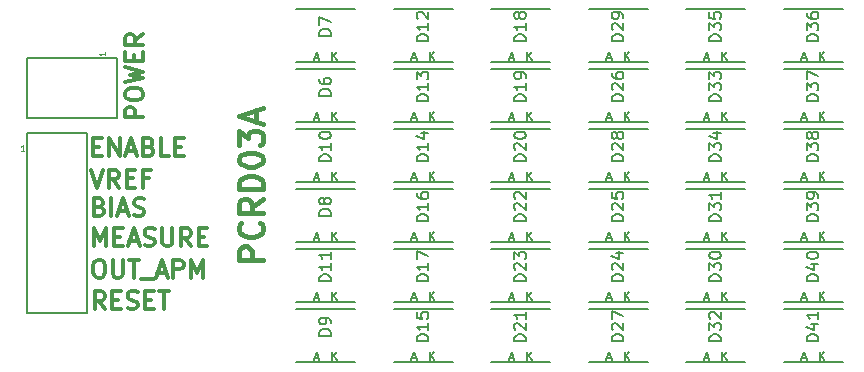
<source format=gbr>
G04 #@! TF.FileFunction,Legend,Top*
%FSLAX46Y46*%
G04 Gerber Fmt 4.6, Leading zero omitted, Abs format (unit mm)*
G04 Created by KiCad (PCBNEW 4.0.5+dfsg1-4) date Mon Nov 27 15:55:13 2017*
%MOMM*%
%LPD*%
G01*
G04 APERTURE LIST*
%ADD10C,0.100000*%
%ADD11C,0.400000*%
%ADD12C,0.300000*%
%ADD13C,0.150000*%
%ADD14C,0.050000*%
G04 APERTURE END LIST*
D10*
D11*
X61864762Y-57085715D02*
X59864762Y-57085715D01*
X59864762Y-56323810D01*
X59960000Y-56133334D01*
X60055238Y-56038095D01*
X60245714Y-55942857D01*
X60531429Y-55942857D01*
X60721905Y-56038095D01*
X60817143Y-56133334D01*
X60912381Y-56323810D01*
X60912381Y-57085715D01*
X61674286Y-53942857D02*
X61769524Y-54038095D01*
X61864762Y-54323810D01*
X61864762Y-54514286D01*
X61769524Y-54800000D01*
X61579048Y-54990476D01*
X61388571Y-55085715D01*
X61007619Y-55180953D01*
X60721905Y-55180953D01*
X60340952Y-55085715D01*
X60150476Y-54990476D01*
X59960000Y-54800000D01*
X59864762Y-54514286D01*
X59864762Y-54323810D01*
X59960000Y-54038095D01*
X60055238Y-53942857D01*
X61864762Y-51942857D02*
X60912381Y-52609524D01*
X61864762Y-53085715D02*
X59864762Y-53085715D01*
X59864762Y-52323810D01*
X59960000Y-52133334D01*
X60055238Y-52038095D01*
X60245714Y-51942857D01*
X60531429Y-51942857D01*
X60721905Y-52038095D01*
X60817143Y-52133334D01*
X60912381Y-52323810D01*
X60912381Y-53085715D01*
X61864762Y-51085715D02*
X59864762Y-51085715D01*
X59864762Y-50609524D01*
X59960000Y-50323810D01*
X60150476Y-50133334D01*
X60340952Y-50038095D01*
X60721905Y-49942857D01*
X61007619Y-49942857D01*
X61388571Y-50038095D01*
X61579048Y-50133334D01*
X61769524Y-50323810D01*
X61864762Y-50609524D01*
X61864762Y-51085715D01*
X59864762Y-48704762D02*
X59864762Y-48514286D01*
X59960000Y-48323810D01*
X60055238Y-48228572D01*
X60245714Y-48133334D01*
X60626667Y-48038095D01*
X61102857Y-48038095D01*
X61483810Y-48133334D01*
X61674286Y-48228572D01*
X61769524Y-48323810D01*
X61864762Y-48514286D01*
X61864762Y-48704762D01*
X61769524Y-48895238D01*
X61674286Y-48990476D01*
X61483810Y-49085715D01*
X61102857Y-49180953D01*
X60626667Y-49180953D01*
X60245714Y-49085715D01*
X60055238Y-48990476D01*
X59960000Y-48895238D01*
X59864762Y-48704762D01*
X59864762Y-47371429D02*
X59864762Y-46133333D01*
X60626667Y-46800000D01*
X60626667Y-46514286D01*
X60721905Y-46323810D01*
X60817143Y-46228572D01*
X61007619Y-46133333D01*
X61483810Y-46133333D01*
X61674286Y-46228572D01*
X61769524Y-46323810D01*
X61864762Y-46514286D01*
X61864762Y-47085714D01*
X61769524Y-47276191D01*
X61674286Y-47371429D01*
X61293333Y-45371429D02*
X61293333Y-44419048D01*
X61864762Y-45561905D02*
X59864762Y-44895238D01*
X61864762Y-44228571D01*
D12*
X51732571Y-44993286D02*
X50232571Y-44993286D01*
X50232571Y-44421858D01*
X50304000Y-44279000D01*
X50375429Y-44207572D01*
X50518286Y-44136143D01*
X50732571Y-44136143D01*
X50875429Y-44207572D01*
X50946857Y-44279000D01*
X51018286Y-44421858D01*
X51018286Y-44993286D01*
X50232571Y-43207572D02*
X50232571Y-42921858D01*
X50304000Y-42779000D01*
X50446857Y-42636143D01*
X50732571Y-42564715D01*
X51232571Y-42564715D01*
X51518286Y-42636143D01*
X51661143Y-42779000D01*
X51732571Y-42921858D01*
X51732571Y-43207572D01*
X51661143Y-43350429D01*
X51518286Y-43493286D01*
X51232571Y-43564715D01*
X50732571Y-43564715D01*
X50446857Y-43493286D01*
X50304000Y-43350429D01*
X50232571Y-43207572D01*
X50232571Y-42064714D02*
X51732571Y-41707571D01*
X50661143Y-41421857D01*
X51732571Y-41136143D01*
X50232571Y-40779000D01*
X50946857Y-40207571D02*
X50946857Y-39707571D01*
X51732571Y-39493285D02*
X51732571Y-40207571D01*
X50232571Y-40207571D01*
X50232571Y-39493285D01*
X51732571Y-37993285D02*
X51018286Y-38493285D01*
X51732571Y-38850428D02*
X50232571Y-38850428D01*
X50232571Y-38279000D01*
X50304000Y-38136142D01*
X50375429Y-38064714D01*
X50518286Y-37993285D01*
X50732571Y-37993285D01*
X50875429Y-38064714D01*
X50946857Y-38136142D01*
X51018286Y-38279000D01*
X51018286Y-38850428D01*
X47522286Y-47517857D02*
X48022286Y-47517857D01*
X48236572Y-48303571D02*
X47522286Y-48303571D01*
X47522286Y-46803571D01*
X48236572Y-46803571D01*
X48879429Y-48303571D02*
X48879429Y-46803571D01*
X49736572Y-48303571D01*
X49736572Y-46803571D01*
X50379429Y-47875000D02*
X51093715Y-47875000D01*
X50236572Y-48303571D02*
X50736572Y-46803571D01*
X51236572Y-48303571D01*
X52236572Y-47517857D02*
X52450858Y-47589286D01*
X52522286Y-47660714D01*
X52593715Y-47803571D01*
X52593715Y-48017857D01*
X52522286Y-48160714D01*
X52450858Y-48232143D01*
X52308000Y-48303571D01*
X51736572Y-48303571D01*
X51736572Y-46803571D01*
X52236572Y-46803571D01*
X52379429Y-46875000D01*
X52450858Y-46946429D01*
X52522286Y-47089286D01*
X52522286Y-47232143D01*
X52450858Y-47375000D01*
X52379429Y-47446429D01*
X52236572Y-47517857D01*
X51736572Y-47517857D01*
X53950858Y-48303571D02*
X53236572Y-48303571D01*
X53236572Y-46803571D01*
X54450858Y-47517857D02*
X54950858Y-47517857D01*
X55165144Y-48303571D02*
X54450858Y-48303571D01*
X54450858Y-46803571D01*
X55165144Y-46803571D01*
X47339572Y-49470571D02*
X47839572Y-50970571D01*
X48339572Y-49470571D01*
X49696715Y-50970571D02*
X49196715Y-50256286D01*
X48839572Y-50970571D02*
X48839572Y-49470571D01*
X49411000Y-49470571D01*
X49553858Y-49542000D01*
X49625286Y-49613429D01*
X49696715Y-49756286D01*
X49696715Y-49970571D01*
X49625286Y-50113429D01*
X49553858Y-50184857D01*
X49411000Y-50256286D01*
X48839572Y-50256286D01*
X50339572Y-50184857D02*
X50839572Y-50184857D01*
X51053858Y-50970571D02*
X50339572Y-50970571D01*
X50339572Y-49470571D01*
X51053858Y-49470571D01*
X52196715Y-50184857D02*
X51696715Y-50184857D01*
X51696715Y-50970571D02*
X51696715Y-49470571D01*
X52411001Y-49470571D01*
X48049858Y-52597857D02*
X48264144Y-52669286D01*
X48335572Y-52740714D01*
X48407001Y-52883571D01*
X48407001Y-53097857D01*
X48335572Y-53240714D01*
X48264144Y-53312143D01*
X48121286Y-53383571D01*
X47549858Y-53383571D01*
X47549858Y-51883571D01*
X48049858Y-51883571D01*
X48192715Y-51955000D01*
X48264144Y-52026429D01*
X48335572Y-52169286D01*
X48335572Y-52312143D01*
X48264144Y-52455000D01*
X48192715Y-52526429D01*
X48049858Y-52597857D01*
X47549858Y-52597857D01*
X49049858Y-53383571D02*
X49049858Y-51883571D01*
X49692715Y-52955000D02*
X50407001Y-52955000D01*
X49549858Y-53383571D02*
X50049858Y-51883571D01*
X50549858Y-53383571D01*
X50978429Y-53312143D02*
X51192715Y-53383571D01*
X51549858Y-53383571D01*
X51692715Y-53312143D01*
X51764144Y-53240714D01*
X51835572Y-53097857D01*
X51835572Y-52955000D01*
X51764144Y-52812143D01*
X51692715Y-52740714D01*
X51549858Y-52669286D01*
X51264144Y-52597857D01*
X51121286Y-52526429D01*
X51049858Y-52455000D01*
X50978429Y-52312143D01*
X50978429Y-52169286D01*
X51049858Y-52026429D01*
X51121286Y-51955000D01*
X51264144Y-51883571D01*
X51621286Y-51883571D01*
X51835572Y-51955000D01*
X47574000Y-55923571D02*
X47574000Y-54423571D01*
X48074000Y-55495000D01*
X48574000Y-54423571D01*
X48574000Y-55923571D01*
X49288286Y-55137857D02*
X49788286Y-55137857D01*
X50002572Y-55923571D02*
X49288286Y-55923571D01*
X49288286Y-54423571D01*
X50002572Y-54423571D01*
X50574000Y-55495000D02*
X51288286Y-55495000D01*
X50431143Y-55923571D02*
X50931143Y-54423571D01*
X51431143Y-55923571D01*
X51859714Y-55852143D02*
X52074000Y-55923571D01*
X52431143Y-55923571D01*
X52574000Y-55852143D01*
X52645429Y-55780714D01*
X52716857Y-55637857D01*
X52716857Y-55495000D01*
X52645429Y-55352143D01*
X52574000Y-55280714D01*
X52431143Y-55209286D01*
X52145429Y-55137857D01*
X52002571Y-55066429D01*
X51931143Y-54995000D01*
X51859714Y-54852143D01*
X51859714Y-54709286D01*
X51931143Y-54566429D01*
X52002571Y-54495000D01*
X52145429Y-54423571D01*
X52502571Y-54423571D01*
X52716857Y-54495000D01*
X53359714Y-54423571D02*
X53359714Y-55637857D01*
X53431142Y-55780714D01*
X53502571Y-55852143D01*
X53645428Y-55923571D01*
X53931142Y-55923571D01*
X54074000Y-55852143D01*
X54145428Y-55780714D01*
X54216857Y-55637857D01*
X54216857Y-54423571D01*
X55788286Y-55923571D02*
X55288286Y-55209286D01*
X54931143Y-55923571D02*
X54931143Y-54423571D01*
X55502571Y-54423571D01*
X55645429Y-54495000D01*
X55716857Y-54566429D01*
X55788286Y-54709286D01*
X55788286Y-54923571D01*
X55716857Y-55066429D01*
X55645429Y-55137857D01*
X55502571Y-55209286D01*
X54931143Y-55209286D01*
X56431143Y-55137857D02*
X56931143Y-55137857D01*
X57145429Y-55923571D02*
X56431143Y-55923571D01*
X56431143Y-54423571D01*
X57145429Y-54423571D01*
X47875571Y-57090571D02*
X48161285Y-57090571D01*
X48304143Y-57162000D01*
X48447000Y-57304857D01*
X48518428Y-57590571D01*
X48518428Y-58090571D01*
X48447000Y-58376286D01*
X48304143Y-58519143D01*
X48161285Y-58590571D01*
X47875571Y-58590571D01*
X47732714Y-58519143D01*
X47589857Y-58376286D01*
X47518428Y-58090571D01*
X47518428Y-57590571D01*
X47589857Y-57304857D01*
X47732714Y-57162000D01*
X47875571Y-57090571D01*
X49161286Y-57090571D02*
X49161286Y-58304857D01*
X49232714Y-58447714D01*
X49304143Y-58519143D01*
X49447000Y-58590571D01*
X49732714Y-58590571D01*
X49875572Y-58519143D01*
X49947000Y-58447714D01*
X50018429Y-58304857D01*
X50018429Y-57090571D01*
X50518429Y-57090571D02*
X51375572Y-57090571D01*
X50947001Y-58590571D02*
X50947001Y-57090571D01*
X51518429Y-58733429D02*
X52661286Y-58733429D01*
X52947000Y-58162000D02*
X53661286Y-58162000D01*
X52804143Y-58590571D02*
X53304143Y-57090571D01*
X53804143Y-58590571D01*
X54304143Y-58590571D02*
X54304143Y-57090571D01*
X54875571Y-57090571D01*
X55018429Y-57162000D01*
X55089857Y-57233429D01*
X55161286Y-57376286D01*
X55161286Y-57590571D01*
X55089857Y-57733429D01*
X55018429Y-57804857D01*
X54875571Y-57876286D01*
X54304143Y-57876286D01*
X55804143Y-58590571D02*
X55804143Y-57090571D01*
X56304143Y-58162000D01*
X56804143Y-57090571D01*
X56804143Y-58590571D01*
X48494429Y-61257571D02*
X47994429Y-60543286D01*
X47637286Y-61257571D02*
X47637286Y-59757571D01*
X48208714Y-59757571D01*
X48351572Y-59829000D01*
X48423000Y-59900429D01*
X48494429Y-60043286D01*
X48494429Y-60257571D01*
X48423000Y-60400429D01*
X48351572Y-60471857D01*
X48208714Y-60543286D01*
X47637286Y-60543286D01*
X49137286Y-60471857D02*
X49637286Y-60471857D01*
X49851572Y-61257571D02*
X49137286Y-61257571D01*
X49137286Y-59757571D01*
X49851572Y-59757571D01*
X50423000Y-61186143D02*
X50637286Y-61257571D01*
X50994429Y-61257571D01*
X51137286Y-61186143D01*
X51208715Y-61114714D01*
X51280143Y-60971857D01*
X51280143Y-60829000D01*
X51208715Y-60686143D01*
X51137286Y-60614714D01*
X50994429Y-60543286D01*
X50708715Y-60471857D01*
X50565857Y-60400429D01*
X50494429Y-60329000D01*
X50423000Y-60186143D01*
X50423000Y-60043286D01*
X50494429Y-59900429D01*
X50565857Y-59829000D01*
X50708715Y-59757571D01*
X51065857Y-59757571D01*
X51280143Y-59829000D01*
X51923000Y-60471857D02*
X52423000Y-60471857D01*
X52637286Y-61257571D02*
X51923000Y-61257571D01*
X51923000Y-59757571D01*
X52637286Y-59757571D01*
X53065857Y-59757571D02*
X53923000Y-59757571D01*
X53494429Y-61257571D02*
X53494429Y-59757571D01*
D13*
X49530000Y-40005000D02*
X49530000Y-45085000D01*
X49530000Y-45085000D02*
X41910000Y-45085000D01*
X41910000Y-45085000D02*
X41910000Y-40005000D01*
X41910000Y-40005000D02*
X49530000Y-40005000D01*
X69433000Y-40930000D02*
X69683000Y-40930000D01*
X64683000Y-40930000D02*
X64933000Y-40930000D01*
X69433000Y-40930000D02*
X64933000Y-40930000D01*
X64683000Y-45430000D02*
X69683000Y-45430000D01*
X69433000Y-35850000D02*
X69683000Y-35850000D01*
X64683000Y-35850000D02*
X64933000Y-35850000D01*
X69433000Y-35850000D02*
X64933000Y-35850000D01*
X64683000Y-40350000D02*
X69683000Y-40350000D01*
X69433000Y-51090000D02*
X69683000Y-51090000D01*
X64683000Y-51090000D02*
X64933000Y-51090000D01*
X69433000Y-51090000D02*
X64933000Y-51090000D01*
X64683000Y-55590000D02*
X69683000Y-55590000D01*
X69433000Y-61250000D02*
X69683000Y-61250000D01*
X64683000Y-61250000D02*
X64933000Y-61250000D01*
X69433000Y-61250000D02*
X64933000Y-61250000D01*
X64683000Y-65750000D02*
X69683000Y-65750000D01*
X69433000Y-46010000D02*
X69683000Y-46010000D01*
X64683000Y-46010000D02*
X64933000Y-46010000D01*
X69433000Y-46010000D02*
X64933000Y-46010000D01*
X64683000Y-50510000D02*
X69683000Y-50510000D01*
X69433000Y-56170000D02*
X69683000Y-56170000D01*
X64683000Y-56170000D02*
X64933000Y-56170000D01*
X69433000Y-56170000D02*
X64933000Y-56170000D01*
X64683000Y-60670000D02*
X69683000Y-60670000D01*
X77688000Y-35850000D02*
X77938000Y-35850000D01*
X72938000Y-35850000D02*
X73188000Y-35850000D01*
X77688000Y-35850000D02*
X73188000Y-35850000D01*
X72938000Y-40350000D02*
X77938000Y-40350000D01*
X77688000Y-40930000D02*
X77938000Y-40930000D01*
X72938000Y-40930000D02*
X73188000Y-40930000D01*
X77688000Y-40930000D02*
X73188000Y-40930000D01*
X72938000Y-45430000D02*
X77938000Y-45430000D01*
X77688000Y-46010000D02*
X77938000Y-46010000D01*
X72938000Y-46010000D02*
X73188000Y-46010000D01*
X77688000Y-46010000D02*
X73188000Y-46010000D01*
X72938000Y-50510000D02*
X77938000Y-50510000D01*
X77688000Y-61250000D02*
X77938000Y-61250000D01*
X72938000Y-61250000D02*
X73188000Y-61250000D01*
X77688000Y-61250000D02*
X73188000Y-61250000D01*
X72938000Y-65750000D02*
X77938000Y-65750000D01*
X77688000Y-51090000D02*
X77938000Y-51090000D01*
X72938000Y-51090000D02*
X73188000Y-51090000D01*
X77688000Y-51090000D02*
X73188000Y-51090000D01*
X72938000Y-55590000D02*
X77938000Y-55590000D01*
X77688000Y-56170000D02*
X77938000Y-56170000D01*
X72938000Y-56170000D02*
X73188000Y-56170000D01*
X77688000Y-56170000D02*
X73188000Y-56170000D01*
X72938000Y-60670000D02*
X77938000Y-60670000D01*
X85943000Y-35850000D02*
X86193000Y-35850000D01*
X81193000Y-35850000D02*
X81443000Y-35850000D01*
X85943000Y-35850000D02*
X81443000Y-35850000D01*
X81193000Y-40350000D02*
X86193000Y-40350000D01*
X85943000Y-40930000D02*
X86193000Y-40930000D01*
X81193000Y-40930000D02*
X81443000Y-40930000D01*
X85943000Y-40930000D02*
X81443000Y-40930000D01*
X81193000Y-45430000D02*
X86193000Y-45430000D01*
X85943000Y-46010000D02*
X86193000Y-46010000D01*
X81193000Y-46010000D02*
X81443000Y-46010000D01*
X85943000Y-46010000D02*
X81443000Y-46010000D01*
X81193000Y-50510000D02*
X86193000Y-50510000D01*
X85943000Y-61250000D02*
X86193000Y-61250000D01*
X81193000Y-61250000D02*
X81443000Y-61250000D01*
X85943000Y-61250000D02*
X81443000Y-61250000D01*
X81193000Y-65750000D02*
X86193000Y-65750000D01*
X85943000Y-51090000D02*
X86193000Y-51090000D01*
X81193000Y-51090000D02*
X81443000Y-51090000D01*
X85943000Y-51090000D02*
X81443000Y-51090000D01*
X81193000Y-55590000D02*
X86193000Y-55590000D01*
X85943000Y-56170000D02*
X86193000Y-56170000D01*
X81193000Y-56170000D02*
X81443000Y-56170000D01*
X85943000Y-56170000D02*
X81443000Y-56170000D01*
X81193000Y-60670000D02*
X86193000Y-60670000D01*
X94198000Y-56170000D02*
X94448000Y-56170000D01*
X89448000Y-56170000D02*
X89698000Y-56170000D01*
X94198000Y-56170000D02*
X89698000Y-56170000D01*
X89448000Y-60670000D02*
X94448000Y-60670000D01*
X94198000Y-51090000D02*
X94448000Y-51090000D01*
X89448000Y-51090000D02*
X89698000Y-51090000D01*
X94198000Y-51090000D02*
X89698000Y-51090000D01*
X89448000Y-55590000D02*
X94448000Y-55590000D01*
X94198000Y-40930000D02*
X94448000Y-40930000D01*
X89448000Y-40930000D02*
X89698000Y-40930000D01*
X94198000Y-40930000D02*
X89698000Y-40930000D01*
X89448000Y-45430000D02*
X94448000Y-45430000D01*
X94198000Y-61250000D02*
X94448000Y-61250000D01*
X89448000Y-61250000D02*
X89698000Y-61250000D01*
X94198000Y-61250000D02*
X89698000Y-61250000D01*
X89448000Y-65750000D02*
X94448000Y-65750000D01*
X94198000Y-46010000D02*
X94448000Y-46010000D01*
X89448000Y-46010000D02*
X89698000Y-46010000D01*
X94198000Y-46010000D02*
X89698000Y-46010000D01*
X89448000Y-50510000D02*
X94448000Y-50510000D01*
X94198000Y-35850000D02*
X94448000Y-35850000D01*
X89448000Y-35850000D02*
X89698000Y-35850000D01*
X94198000Y-35850000D02*
X89698000Y-35850000D01*
X89448000Y-40350000D02*
X94448000Y-40350000D01*
X102453000Y-56170000D02*
X102703000Y-56170000D01*
X97703000Y-56170000D02*
X97953000Y-56170000D01*
X102453000Y-56170000D02*
X97953000Y-56170000D01*
X97703000Y-60670000D02*
X102703000Y-60670000D01*
X102453000Y-51090000D02*
X102703000Y-51090000D01*
X97703000Y-51090000D02*
X97953000Y-51090000D01*
X102453000Y-51090000D02*
X97953000Y-51090000D01*
X97703000Y-55590000D02*
X102703000Y-55590000D01*
X102453000Y-61250000D02*
X102703000Y-61250000D01*
X97703000Y-61250000D02*
X97953000Y-61250000D01*
X102453000Y-61250000D02*
X97953000Y-61250000D01*
X97703000Y-65750000D02*
X102703000Y-65750000D01*
X102453000Y-40930000D02*
X102703000Y-40930000D01*
X97703000Y-40930000D02*
X97953000Y-40930000D01*
X102453000Y-40930000D02*
X97953000Y-40930000D01*
X97703000Y-45430000D02*
X102703000Y-45430000D01*
X102453000Y-46010000D02*
X102703000Y-46010000D01*
X97703000Y-46010000D02*
X97953000Y-46010000D01*
X102453000Y-46010000D02*
X97953000Y-46010000D01*
X97703000Y-50510000D02*
X102703000Y-50510000D01*
X102453000Y-35850000D02*
X102703000Y-35850000D01*
X97703000Y-35850000D02*
X97953000Y-35850000D01*
X102453000Y-35850000D02*
X97953000Y-35850000D01*
X97703000Y-40350000D02*
X102703000Y-40350000D01*
X110708000Y-35850000D02*
X110958000Y-35850000D01*
X105958000Y-35850000D02*
X106208000Y-35850000D01*
X110708000Y-35850000D02*
X106208000Y-35850000D01*
X105958000Y-40350000D02*
X110958000Y-40350000D01*
X110708000Y-40930000D02*
X110958000Y-40930000D01*
X105958000Y-40930000D02*
X106208000Y-40930000D01*
X110708000Y-40930000D02*
X106208000Y-40930000D01*
X105958000Y-45430000D02*
X110958000Y-45430000D01*
X110708000Y-46010000D02*
X110958000Y-46010000D01*
X105958000Y-46010000D02*
X106208000Y-46010000D01*
X110708000Y-46010000D02*
X106208000Y-46010000D01*
X105958000Y-50510000D02*
X110958000Y-50510000D01*
X110708000Y-51090000D02*
X110958000Y-51090000D01*
X105958000Y-51090000D02*
X106208000Y-51090000D01*
X110708000Y-51090000D02*
X106208000Y-51090000D01*
X105958000Y-55590000D02*
X110958000Y-55590000D01*
X110708000Y-56170000D02*
X110958000Y-56170000D01*
X105958000Y-56170000D02*
X106208000Y-56170000D01*
X110708000Y-56170000D02*
X106208000Y-56170000D01*
X105958000Y-60670000D02*
X110958000Y-60670000D01*
X110708000Y-61250000D02*
X110958000Y-61250000D01*
X105958000Y-61250000D02*
X106208000Y-61250000D01*
X110708000Y-61250000D02*
X106208000Y-61250000D01*
X105958000Y-65750000D02*
X110958000Y-65750000D01*
X41910000Y-46355000D02*
X46990000Y-46355000D01*
X46990000Y-46355000D02*
X46990000Y-61595000D01*
X46990000Y-61595000D02*
X41910000Y-61595000D01*
X41910000Y-61595000D02*
X41910000Y-46355000D01*
D14*
X48486190Y-39481143D02*
X48486190Y-39766857D01*
X48486190Y-39624000D02*
X47986190Y-39624000D01*
X48057619Y-39671619D01*
X48105238Y-39719238D01*
X48129048Y-39766857D01*
D13*
X67635381Y-43168095D02*
X66635381Y-43168095D01*
X66635381Y-42930000D01*
X66683000Y-42787142D01*
X66778238Y-42691904D01*
X66873476Y-42644285D01*
X67063952Y-42596666D01*
X67206810Y-42596666D01*
X67397286Y-42644285D01*
X67492524Y-42691904D01*
X67587762Y-42787142D01*
X67635381Y-42930000D01*
X67635381Y-43168095D01*
X66635381Y-41739523D02*
X66635381Y-41930000D01*
X66683000Y-42025238D01*
X66730619Y-42072857D01*
X66873476Y-42168095D01*
X67063952Y-42215714D01*
X67444905Y-42215714D01*
X67540143Y-42168095D01*
X67587762Y-42120476D01*
X67635381Y-42025238D01*
X67635381Y-41834761D01*
X67587762Y-41739523D01*
X67540143Y-41691904D01*
X67444905Y-41644285D01*
X67206810Y-41644285D01*
X67111571Y-41691904D01*
X67063952Y-41739523D01*
X67016333Y-41834761D01*
X67016333Y-42025238D01*
X67063952Y-42120476D01*
X67111571Y-42168095D01*
X67206810Y-42215714D01*
X67749667Y-45246667D02*
X67749667Y-44546667D01*
X68149667Y-45246667D02*
X67849667Y-44846667D01*
X68149667Y-44546667D02*
X67749667Y-44946667D01*
X66266333Y-45046667D02*
X66599667Y-45046667D01*
X66199667Y-45246667D02*
X66433000Y-44546667D01*
X66666333Y-45246667D01*
X67635381Y-38088095D02*
X66635381Y-38088095D01*
X66635381Y-37850000D01*
X66683000Y-37707142D01*
X66778238Y-37611904D01*
X66873476Y-37564285D01*
X67063952Y-37516666D01*
X67206810Y-37516666D01*
X67397286Y-37564285D01*
X67492524Y-37611904D01*
X67587762Y-37707142D01*
X67635381Y-37850000D01*
X67635381Y-38088095D01*
X66635381Y-37183333D02*
X66635381Y-36516666D01*
X67635381Y-36945238D01*
X67749667Y-40166667D02*
X67749667Y-39466667D01*
X68149667Y-40166667D02*
X67849667Y-39766667D01*
X68149667Y-39466667D02*
X67749667Y-39866667D01*
X66266333Y-39966667D02*
X66599667Y-39966667D01*
X66199667Y-40166667D02*
X66433000Y-39466667D01*
X66666333Y-40166667D01*
X67635381Y-53328095D02*
X66635381Y-53328095D01*
X66635381Y-53090000D01*
X66683000Y-52947142D01*
X66778238Y-52851904D01*
X66873476Y-52804285D01*
X67063952Y-52756666D01*
X67206810Y-52756666D01*
X67397286Y-52804285D01*
X67492524Y-52851904D01*
X67587762Y-52947142D01*
X67635381Y-53090000D01*
X67635381Y-53328095D01*
X67063952Y-52185238D02*
X67016333Y-52280476D01*
X66968714Y-52328095D01*
X66873476Y-52375714D01*
X66825857Y-52375714D01*
X66730619Y-52328095D01*
X66683000Y-52280476D01*
X66635381Y-52185238D01*
X66635381Y-51994761D01*
X66683000Y-51899523D01*
X66730619Y-51851904D01*
X66825857Y-51804285D01*
X66873476Y-51804285D01*
X66968714Y-51851904D01*
X67016333Y-51899523D01*
X67063952Y-51994761D01*
X67063952Y-52185238D01*
X67111571Y-52280476D01*
X67159190Y-52328095D01*
X67254429Y-52375714D01*
X67444905Y-52375714D01*
X67540143Y-52328095D01*
X67587762Y-52280476D01*
X67635381Y-52185238D01*
X67635381Y-51994761D01*
X67587762Y-51899523D01*
X67540143Y-51851904D01*
X67444905Y-51804285D01*
X67254429Y-51804285D01*
X67159190Y-51851904D01*
X67111571Y-51899523D01*
X67063952Y-51994761D01*
X67749667Y-55406667D02*
X67749667Y-54706667D01*
X68149667Y-55406667D02*
X67849667Y-55006667D01*
X68149667Y-54706667D02*
X67749667Y-55106667D01*
X66266333Y-55206667D02*
X66599667Y-55206667D01*
X66199667Y-55406667D02*
X66433000Y-54706667D01*
X66666333Y-55406667D01*
X67635381Y-63488095D02*
X66635381Y-63488095D01*
X66635381Y-63250000D01*
X66683000Y-63107142D01*
X66778238Y-63011904D01*
X66873476Y-62964285D01*
X67063952Y-62916666D01*
X67206810Y-62916666D01*
X67397286Y-62964285D01*
X67492524Y-63011904D01*
X67587762Y-63107142D01*
X67635381Y-63250000D01*
X67635381Y-63488095D01*
X67635381Y-62440476D02*
X67635381Y-62250000D01*
X67587762Y-62154761D01*
X67540143Y-62107142D01*
X67397286Y-62011904D01*
X67206810Y-61964285D01*
X66825857Y-61964285D01*
X66730619Y-62011904D01*
X66683000Y-62059523D01*
X66635381Y-62154761D01*
X66635381Y-62345238D01*
X66683000Y-62440476D01*
X66730619Y-62488095D01*
X66825857Y-62535714D01*
X67063952Y-62535714D01*
X67159190Y-62488095D01*
X67206810Y-62440476D01*
X67254429Y-62345238D01*
X67254429Y-62154761D01*
X67206810Y-62059523D01*
X67159190Y-62011904D01*
X67063952Y-61964285D01*
X67749667Y-65566667D02*
X67749667Y-64866667D01*
X68149667Y-65566667D02*
X67849667Y-65166667D01*
X68149667Y-64866667D02*
X67749667Y-65266667D01*
X66266333Y-65366667D02*
X66599667Y-65366667D01*
X66199667Y-65566667D02*
X66433000Y-64866667D01*
X66666333Y-65566667D01*
X67635381Y-48724286D02*
X66635381Y-48724286D01*
X66635381Y-48486191D01*
X66683000Y-48343333D01*
X66778238Y-48248095D01*
X66873476Y-48200476D01*
X67063952Y-48152857D01*
X67206810Y-48152857D01*
X67397286Y-48200476D01*
X67492524Y-48248095D01*
X67587762Y-48343333D01*
X67635381Y-48486191D01*
X67635381Y-48724286D01*
X67635381Y-47200476D02*
X67635381Y-47771905D01*
X67635381Y-47486191D02*
X66635381Y-47486191D01*
X66778238Y-47581429D01*
X66873476Y-47676667D01*
X66921095Y-47771905D01*
X66635381Y-46581429D02*
X66635381Y-46486190D01*
X66683000Y-46390952D01*
X66730619Y-46343333D01*
X66825857Y-46295714D01*
X67016333Y-46248095D01*
X67254429Y-46248095D01*
X67444905Y-46295714D01*
X67540143Y-46343333D01*
X67587762Y-46390952D01*
X67635381Y-46486190D01*
X67635381Y-46581429D01*
X67587762Y-46676667D01*
X67540143Y-46724286D01*
X67444905Y-46771905D01*
X67254429Y-46819524D01*
X67016333Y-46819524D01*
X66825857Y-46771905D01*
X66730619Y-46724286D01*
X66683000Y-46676667D01*
X66635381Y-46581429D01*
X67749667Y-50326667D02*
X67749667Y-49626667D01*
X68149667Y-50326667D02*
X67849667Y-49926667D01*
X68149667Y-49626667D02*
X67749667Y-50026667D01*
X66266333Y-50126667D02*
X66599667Y-50126667D01*
X66199667Y-50326667D02*
X66433000Y-49626667D01*
X66666333Y-50326667D01*
X67635381Y-58884286D02*
X66635381Y-58884286D01*
X66635381Y-58646191D01*
X66683000Y-58503333D01*
X66778238Y-58408095D01*
X66873476Y-58360476D01*
X67063952Y-58312857D01*
X67206810Y-58312857D01*
X67397286Y-58360476D01*
X67492524Y-58408095D01*
X67587762Y-58503333D01*
X67635381Y-58646191D01*
X67635381Y-58884286D01*
X67635381Y-57360476D02*
X67635381Y-57931905D01*
X67635381Y-57646191D02*
X66635381Y-57646191D01*
X66778238Y-57741429D01*
X66873476Y-57836667D01*
X66921095Y-57931905D01*
X67635381Y-56408095D02*
X67635381Y-56979524D01*
X67635381Y-56693810D02*
X66635381Y-56693810D01*
X66778238Y-56789048D01*
X66873476Y-56884286D01*
X66921095Y-56979524D01*
X67749667Y-60486667D02*
X67749667Y-59786667D01*
X68149667Y-60486667D02*
X67849667Y-60086667D01*
X68149667Y-59786667D02*
X67749667Y-60186667D01*
X66266333Y-60286667D02*
X66599667Y-60286667D01*
X66199667Y-60486667D02*
X66433000Y-59786667D01*
X66666333Y-60486667D01*
X75890381Y-38564286D02*
X74890381Y-38564286D01*
X74890381Y-38326191D01*
X74938000Y-38183333D01*
X75033238Y-38088095D01*
X75128476Y-38040476D01*
X75318952Y-37992857D01*
X75461810Y-37992857D01*
X75652286Y-38040476D01*
X75747524Y-38088095D01*
X75842762Y-38183333D01*
X75890381Y-38326191D01*
X75890381Y-38564286D01*
X75890381Y-37040476D02*
X75890381Y-37611905D01*
X75890381Y-37326191D02*
X74890381Y-37326191D01*
X75033238Y-37421429D01*
X75128476Y-37516667D01*
X75176095Y-37611905D01*
X74985619Y-36659524D02*
X74938000Y-36611905D01*
X74890381Y-36516667D01*
X74890381Y-36278571D01*
X74938000Y-36183333D01*
X74985619Y-36135714D01*
X75080857Y-36088095D01*
X75176095Y-36088095D01*
X75318952Y-36135714D01*
X75890381Y-36707143D01*
X75890381Y-36088095D01*
X76004667Y-40166667D02*
X76004667Y-39466667D01*
X76404667Y-40166667D02*
X76104667Y-39766667D01*
X76404667Y-39466667D02*
X76004667Y-39866667D01*
X74521333Y-39966667D02*
X74854667Y-39966667D01*
X74454667Y-40166667D02*
X74688000Y-39466667D01*
X74921333Y-40166667D01*
X75890381Y-43644286D02*
X74890381Y-43644286D01*
X74890381Y-43406191D01*
X74938000Y-43263333D01*
X75033238Y-43168095D01*
X75128476Y-43120476D01*
X75318952Y-43072857D01*
X75461810Y-43072857D01*
X75652286Y-43120476D01*
X75747524Y-43168095D01*
X75842762Y-43263333D01*
X75890381Y-43406191D01*
X75890381Y-43644286D01*
X75890381Y-42120476D02*
X75890381Y-42691905D01*
X75890381Y-42406191D02*
X74890381Y-42406191D01*
X75033238Y-42501429D01*
X75128476Y-42596667D01*
X75176095Y-42691905D01*
X74890381Y-41787143D02*
X74890381Y-41168095D01*
X75271333Y-41501429D01*
X75271333Y-41358571D01*
X75318952Y-41263333D01*
X75366571Y-41215714D01*
X75461810Y-41168095D01*
X75699905Y-41168095D01*
X75795143Y-41215714D01*
X75842762Y-41263333D01*
X75890381Y-41358571D01*
X75890381Y-41644286D01*
X75842762Y-41739524D01*
X75795143Y-41787143D01*
X76004667Y-45246667D02*
X76004667Y-44546667D01*
X76404667Y-45246667D02*
X76104667Y-44846667D01*
X76404667Y-44546667D02*
X76004667Y-44946667D01*
X74521333Y-45046667D02*
X74854667Y-45046667D01*
X74454667Y-45246667D02*
X74688000Y-44546667D01*
X74921333Y-45246667D01*
X75890381Y-48724286D02*
X74890381Y-48724286D01*
X74890381Y-48486191D01*
X74938000Y-48343333D01*
X75033238Y-48248095D01*
X75128476Y-48200476D01*
X75318952Y-48152857D01*
X75461810Y-48152857D01*
X75652286Y-48200476D01*
X75747524Y-48248095D01*
X75842762Y-48343333D01*
X75890381Y-48486191D01*
X75890381Y-48724286D01*
X75890381Y-47200476D02*
X75890381Y-47771905D01*
X75890381Y-47486191D02*
X74890381Y-47486191D01*
X75033238Y-47581429D01*
X75128476Y-47676667D01*
X75176095Y-47771905D01*
X75223714Y-46343333D02*
X75890381Y-46343333D01*
X74842762Y-46581429D02*
X75557048Y-46819524D01*
X75557048Y-46200476D01*
X76004667Y-50326667D02*
X76004667Y-49626667D01*
X76404667Y-50326667D02*
X76104667Y-49926667D01*
X76404667Y-49626667D02*
X76004667Y-50026667D01*
X74521333Y-50126667D02*
X74854667Y-50126667D01*
X74454667Y-50326667D02*
X74688000Y-49626667D01*
X74921333Y-50326667D01*
X75890381Y-63964286D02*
X74890381Y-63964286D01*
X74890381Y-63726191D01*
X74938000Y-63583333D01*
X75033238Y-63488095D01*
X75128476Y-63440476D01*
X75318952Y-63392857D01*
X75461810Y-63392857D01*
X75652286Y-63440476D01*
X75747524Y-63488095D01*
X75842762Y-63583333D01*
X75890381Y-63726191D01*
X75890381Y-63964286D01*
X75890381Y-62440476D02*
X75890381Y-63011905D01*
X75890381Y-62726191D02*
X74890381Y-62726191D01*
X75033238Y-62821429D01*
X75128476Y-62916667D01*
X75176095Y-63011905D01*
X74890381Y-61535714D02*
X74890381Y-62011905D01*
X75366571Y-62059524D01*
X75318952Y-62011905D01*
X75271333Y-61916667D01*
X75271333Y-61678571D01*
X75318952Y-61583333D01*
X75366571Y-61535714D01*
X75461810Y-61488095D01*
X75699905Y-61488095D01*
X75795143Y-61535714D01*
X75842762Y-61583333D01*
X75890381Y-61678571D01*
X75890381Y-61916667D01*
X75842762Y-62011905D01*
X75795143Y-62059524D01*
X76004667Y-65566667D02*
X76004667Y-64866667D01*
X76404667Y-65566667D02*
X76104667Y-65166667D01*
X76404667Y-64866667D02*
X76004667Y-65266667D01*
X74521333Y-65366667D02*
X74854667Y-65366667D01*
X74454667Y-65566667D02*
X74688000Y-64866667D01*
X74921333Y-65566667D01*
X75890381Y-53804286D02*
X74890381Y-53804286D01*
X74890381Y-53566191D01*
X74938000Y-53423333D01*
X75033238Y-53328095D01*
X75128476Y-53280476D01*
X75318952Y-53232857D01*
X75461810Y-53232857D01*
X75652286Y-53280476D01*
X75747524Y-53328095D01*
X75842762Y-53423333D01*
X75890381Y-53566191D01*
X75890381Y-53804286D01*
X75890381Y-52280476D02*
X75890381Y-52851905D01*
X75890381Y-52566191D02*
X74890381Y-52566191D01*
X75033238Y-52661429D01*
X75128476Y-52756667D01*
X75176095Y-52851905D01*
X74890381Y-51423333D02*
X74890381Y-51613810D01*
X74938000Y-51709048D01*
X74985619Y-51756667D01*
X75128476Y-51851905D01*
X75318952Y-51899524D01*
X75699905Y-51899524D01*
X75795143Y-51851905D01*
X75842762Y-51804286D01*
X75890381Y-51709048D01*
X75890381Y-51518571D01*
X75842762Y-51423333D01*
X75795143Y-51375714D01*
X75699905Y-51328095D01*
X75461810Y-51328095D01*
X75366571Y-51375714D01*
X75318952Y-51423333D01*
X75271333Y-51518571D01*
X75271333Y-51709048D01*
X75318952Y-51804286D01*
X75366571Y-51851905D01*
X75461810Y-51899524D01*
X76004667Y-55406667D02*
X76004667Y-54706667D01*
X76404667Y-55406667D02*
X76104667Y-55006667D01*
X76404667Y-54706667D02*
X76004667Y-55106667D01*
X74521333Y-55206667D02*
X74854667Y-55206667D01*
X74454667Y-55406667D02*
X74688000Y-54706667D01*
X74921333Y-55406667D01*
X75890381Y-58884286D02*
X74890381Y-58884286D01*
X74890381Y-58646191D01*
X74938000Y-58503333D01*
X75033238Y-58408095D01*
X75128476Y-58360476D01*
X75318952Y-58312857D01*
X75461810Y-58312857D01*
X75652286Y-58360476D01*
X75747524Y-58408095D01*
X75842762Y-58503333D01*
X75890381Y-58646191D01*
X75890381Y-58884286D01*
X75890381Y-57360476D02*
X75890381Y-57931905D01*
X75890381Y-57646191D02*
X74890381Y-57646191D01*
X75033238Y-57741429D01*
X75128476Y-57836667D01*
X75176095Y-57931905D01*
X74890381Y-57027143D02*
X74890381Y-56360476D01*
X75890381Y-56789048D01*
X76004667Y-60486667D02*
X76004667Y-59786667D01*
X76404667Y-60486667D02*
X76104667Y-60086667D01*
X76404667Y-59786667D02*
X76004667Y-60186667D01*
X74521333Y-60286667D02*
X74854667Y-60286667D01*
X74454667Y-60486667D02*
X74688000Y-59786667D01*
X74921333Y-60486667D01*
X84145381Y-38564286D02*
X83145381Y-38564286D01*
X83145381Y-38326191D01*
X83193000Y-38183333D01*
X83288238Y-38088095D01*
X83383476Y-38040476D01*
X83573952Y-37992857D01*
X83716810Y-37992857D01*
X83907286Y-38040476D01*
X84002524Y-38088095D01*
X84097762Y-38183333D01*
X84145381Y-38326191D01*
X84145381Y-38564286D01*
X84145381Y-37040476D02*
X84145381Y-37611905D01*
X84145381Y-37326191D02*
X83145381Y-37326191D01*
X83288238Y-37421429D01*
X83383476Y-37516667D01*
X83431095Y-37611905D01*
X83573952Y-36469048D02*
X83526333Y-36564286D01*
X83478714Y-36611905D01*
X83383476Y-36659524D01*
X83335857Y-36659524D01*
X83240619Y-36611905D01*
X83193000Y-36564286D01*
X83145381Y-36469048D01*
X83145381Y-36278571D01*
X83193000Y-36183333D01*
X83240619Y-36135714D01*
X83335857Y-36088095D01*
X83383476Y-36088095D01*
X83478714Y-36135714D01*
X83526333Y-36183333D01*
X83573952Y-36278571D01*
X83573952Y-36469048D01*
X83621571Y-36564286D01*
X83669190Y-36611905D01*
X83764429Y-36659524D01*
X83954905Y-36659524D01*
X84050143Y-36611905D01*
X84097762Y-36564286D01*
X84145381Y-36469048D01*
X84145381Y-36278571D01*
X84097762Y-36183333D01*
X84050143Y-36135714D01*
X83954905Y-36088095D01*
X83764429Y-36088095D01*
X83669190Y-36135714D01*
X83621571Y-36183333D01*
X83573952Y-36278571D01*
X84259667Y-40166667D02*
X84259667Y-39466667D01*
X84659667Y-40166667D02*
X84359667Y-39766667D01*
X84659667Y-39466667D02*
X84259667Y-39866667D01*
X82776333Y-39966667D02*
X83109667Y-39966667D01*
X82709667Y-40166667D02*
X82943000Y-39466667D01*
X83176333Y-40166667D01*
X84145381Y-43644286D02*
X83145381Y-43644286D01*
X83145381Y-43406191D01*
X83193000Y-43263333D01*
X83288238Y-43168095D01*
X83383476Y-43120476D01*
X83573952Y-43072857D01*
X83716810Y-43072857D01*
X83907286Y-43120476D01*
X84002524Y-43168095D01*
X84097762Y-43263333D01*
X84145381Y-43406191D01*
X84145381Y-43644286D01*
X84145381Y-42120476D02*
X84145381Y-42691905D01*
X84145381Y-42406191D02*
X83145381Y-42406191D01*
X83288238Y-42501429D01*
X83383476Y-42596667D01*
X83431095Y-42691905D01*
X84145381Y-41644286D02*
X84145381Y-41453810D01*
X84097762Y-41358571D01*
X84050143Y-41310952D01*
X83907286Y-41215714D01*
X83716810Y-41168095D01*
X83335857Y-41168095D01*
X83240619Y-41215714D01*
X83193000Y-41263333D01*
X83145381Y-41358571D01*
X83145381Y-41549048D01*
X83193000Y-41644286D01*
X83240619Y-41691905D01*
X83335857Y-41739524D01*
X83573952Y-41739524D01*
X83669190Y-41691905D01*
X83716810Y-41644286D01*
X83764429Y-41549048D01*
X83764429Y-41358571D01*
X83716810Y-41263333D01*
X83669190Y-41215714D01*
X83573952Y-41168095D01*
X84259667Y-45246667D02*
X84259667Y-44546667D01*
X84659667Y-45246667D02*
X84359667Y-44846667D01*
X84659667Y-44546667D02*
X84259667Y-44946667D01*
X82776333Y-45046667D02*
X83109667Y-45046667D01*
X82709667Y-45246667D02*
X82943000Y-44546667D01*
X83176333Y-45246667D01*
X84145381Y-48724286D02*
X83145381Y-48724286D01*
X83145381Y-48486191D01*
X83193000Y-48343333D01*
X83288238Y-48248095D01*
X83383476Y-48200476D01*
X83573952Y-48152857D01*
X83716810Y-48152857D01*
X83907286Y-48200476D01*
X84002524Y-48248095D01*
X84097762Y-48343333D01*
X84145381Y-48486191D01*
X84145381Y-48724286D01*
X83240619Y-47771905D02*
X83193000Y-47724286D01*
X83145381Y-47629048D01*
X83145381Y-47390952D01*
X83193000Y-47295714D01*
X83240619Y-47248095D01*
X83335857Y-47200476D01*
X83431095Y-47200476D01*
X83573952Y-47248095D01*
X84145381Y-47819524D01*
X84145381Y-47200476D01*
X83145381Y-46581429D02*
X83145381Y-46486190D01*
X83193000Y-46390952D01*
X83240619Y-46343333D01*
X83335857Y-46295714D01*
X83526333Y-46248095D01*
X83764429Y-46248095D01*
X83954905Y-46295714D01*
X84050143Y-46343333D01*
X84097762Y-46390952D01*
X84145381Y-46486190D01*
X84145381Y-46581429D01*
X84097762Y-46676667D01*
X84050143Y-46724286D01*
X83954905Y-46771905D01*
X83764429Y-46819524D01*
X83526333Y-46819524D01*
X83335857Y-46771905D01*
X83240619Y-46724286D01*
X83193000Y-46676667D01*
X83145381Y-46581429D01*
X84259667Y-50326667D02*
X84259667Y-49626667D01*
X84659667Y-50326667D02*
X84359667Y-49926667D01*
X84659667Y-49626667D02*
X84259667Y-50026667D01*
X82776333Y-50126667D02*
X83109667Y-50126667D01*
X82709667Y-50326667D02*
X82943000Y-49626667D01*
X83176333Y-50326667D01*
X84145381Y-63964286D02*
X83145381Y-63964286D01*
X83145381Y-63726191D01*
X83193000Y-63583333D01*
X83288238Y-63488095D01*
X83383476Y-63440476D01*
X83573952Y-63392857D01*
X83716810Y-63392857D01*
X83907286Y-63440476D01*
X84002524Y-63488095D01*
X84097762Y-63583333D01*
X84145381Y-63726191D01*
X84145381Y-63964286D01*
X83240619Y-63011905D02*
X83193000Y-62964286D01*
X83145381Y-62869048D01*
X83145381Y-62630952D01*
X83193000Y-62535714D01*
X83240619Y-62488095D01*
X83335857Y-62440476D01*
X83431095Y-62440476D01*
X83573952Y-62488095D01*
X84145381Y-63059524D01*
X84145381Y-62440476D01*
X84145381Y-61488095D02*
X84145381Y-62059524D01*
X84145381Y-61773810D02*
X83145381Y-61773810D01*
X83288238Y-61869048D01*
X83383476Y-61964286D01*
X83431095Y-62059524D01*
X84259667Y-65566667D02*
X84259667Y-64866667D01*
X84659667Y-65566667D02*
X84359667Y-65166667D01*
X84659667Y-64866667D02*
X84259667Y-65266667D01*
X82776333Y-65366667D02*
X83109667Y-65366667D01*
X82709667Y-65566667D02*
X82943000Y-64866667D01*
X83176333Y-65566667D01*
X84145381Y-53804286D02*
X83145381Y-53804286D01*
X83145381Y-53566191D01*
X83193000Y-53423333D01*
X83288238Y-53328095D01*
X83383476Y-53280476D01*
X83573952Y-53232857D01*
X83716810Y-53232857D01*
X83907286Y-53280476D01*
X84002524Y-53328095D01*
X84097762Y-53423333D01*
X84145381Y-53566191D01*
X84145381Y-53804286D01*
X83240619Y-52851905D02*
X83193000Y-52804286D01*
X83145381Y-52709048D01*
X83145381Y-52470952D01*
X83193000Y-52375714D01*
X83240619Y-52328095D01*
X83335857Y-52280476D01*
X83431095Y-52280476D01*
X83573952Y-52328095D01*
X84145381Y-52899524D01*
X84145381Y-52280476D01*
X83240619Y-51899524D02*
X83193000Y-51851905D01*
X83145381Y-51756667D01*
X83145381Y-51518571D01*
X83193000Y-51423333D01*
X83240619Y-51375714D01*
X83335857Y-51328095D01*
X83431095Y-51328095D01*
X83573952Y-51375714D01*
X84145381Y-51947143D01*
X84145381Y-51328095D01*
X84259667Y-55406667D02*
X84259667Y-54706667D01*
X84659667Y-55406667D02*
X84359667Y-55006667D01*
X84659667Y-54706667D02*
X84259667Y-55106667D01*
X82776333Y-55206667D02*
X83109667Y-55206667D01*
X82709667Y-55406667D02*
X82943000Y-54706667D01*
X83176333Y-55406667D01*
X84145381Y-58884286D02*
X83145381Y-58884286D01*
X83145381Y-58646191D01*
X83193000Y-58503333D01*
X83288238Y-58408095D01*
X83383476Y-58360476D01*
X83573952Y-58312857D01*
X83716810Y-58312857D01*
X83907286Y-58360476D01*
X84002524Y-58408095D01*
X84097762Y-58503333D01*
X84145381Y-58646191D01*
X84145381Y-58884286D01*
X83240619Y-57931905D02*
X83193000Y-57884286D01*
X83145381Y-57789048D01*
X83145381Y-57550952D01*
X83193000Y-57455714D01*
X83240619Y-57408095D01*
X83335857Y-57360476D01*
X83431095Y-57360476D01*
X83573952Y-57408095D01*
X84145381Y-57979524D01*
X84145381Y-57360476D01*
X83145381Y-57027143D02*
X83145381Y-56408095D01*
X83526333Y-56741429D01*
X83526333Y-56598571D01*
X83573952Y-56503333D01*
X83621571Y-56455714D01*
X83716810Y-56408095D01*
X83954905Y-56408095D01*
X84050143Y-56455714D01*
X84097762Y-56503333D01*
X84145381Y-56598571D01*
X84145381Y-56884286D01*
X84097762Y-56979524D01*
X84050143Y-57027143D01*
X84259667Y-60486667D02*
X84259667Y-59786667D01*
X84659667Y-60486667D02*
X84359667Y-60086667D01*
X84659667Y-59786667D02*
X84259667Y-60186667D01*
X82776333Y-60286667D02*
X83109667Y-60286667D01*
X82709667Y-60486667D02*
X82943000Y-59786667D01*
X83176333Y-60486667D01*
X92400381Y-58884286D02*
X91400381Y-58884286D01*
X91400381Y-58646191D01*
X91448000Y-58503333D01*
X91543238Y-58408095D01*
X91638476Y-58360476D01*
X91828952Y-58312857D01*
X91971810Y-58312857D01*
X92162286Y-58360476D01*
X92257524Y-58408095D01*
X92352762Y-58503333D01*
X92400381Y-58646191D01*
X92400381Y-58884286D01*
X91495619Y-57931905D02*
X91448000Y-57884286D01*
X91400381Y-57789048D01*
X91400381Y-57550952D01*
X91448000Y-57455714D01*
X91495619Y-57408095D01*
X91590857Y-57360476D01*
X91686095Y-57360476D01*
X91828952Y-57408095D01*
X92400381Y-57979524D01*
X92400381Y-57360476D01*
X91733714Y-56503333D02*
X92400381Y-56503333D01*
X91352762Y-56741429D02*
X92067048Y-56979524D01*
X92067048Y-56360476D01*
X92514667Y-60486667D02*
X92514667Y-59786667D01*
X92914667Y-60486667D02*
X92614667Y-60086667D01*
X92914667Y-59786667D02*
X92514667Y-60186667D01*
X91031333Y-60286667D02*
X91364667Y-60286667D01*
X90964667Y-60486667D02*
X91198000Y-59786667D01*
X91431333Y-60486667D01*
X92400381Y-53804286D02*
X91400381Y-53804286D01*
X91400381Y-53566191D01*
X91448000Y-53423333D01*
X91543238Y-53328095D01*
X91638476Y-53280476D01*
X91828952Y-53232857D01*
X91971810Y-53232857D01*
X92162286Y-53280476D01*
X92257524Y-53328095D01*
X92352762Y-53423333D01*
X92400381Y-53566191D01*
X92400381Y-53804286D01*
X91495619Y-52851905D02*
X91448000Y-52804286D01*
X91400381Y-52709048D01*
X91400381Y-52470952D01*
X91448000Y-52375714D01*
X91495619Y-52328095D01*
X91590857Y-52280476D01*
X91686095Y-52280476D01*
X91828952Y-52328095D01*
X92400381Y-52899524D01*
X92400381Y-52280476D01*
X91400381Y-51375714D02*
X91400381Y-51851905D01*
X91876571Y-51899524D01*
X91828952Y-51851905D01*
X91781333Y-51756667D01*
X91781333Y-51518571D01*
X91828952Y-51423333D01*
X91876571Y-51375714D01*
X91971810Y-51328095D01*
X92209905Y-51328095D01*
X92305143Y-51375714D01*
X92352762Y-51423333D01*
X92400381Y-51518571D01*
X92400381Y-51756667D01*
X92352762Y-51851905D01*
X92305143Y-51899524D01*
X92514667Y-55406667D02*
X92514667Y-54706667D01*
X92914667Y-55406667D02*
X92614667Y-55006667D01*
X92914667Y-54706667D02*
X92514667Y-55106667D01*
X91031333Y-55206667D02*
X91364667Y-55206667D01*
X90964667Y-55406667D02*
X91198000Y-54706667D01*
X91431333Y-55406667D01*
X92400381Y-43644286D02*
X91400381Y-43644286D01*
X91400381Y-43406191D01*
X91448000Y-43263333D01*
X91543238Y-43168095D01*
X91638476Y-43120476D01*
X91828952Y-43072857D01*
X91971810Y-43072857D01*
X92162286Y-43120476D01*
X92257524Y-43168095D01*
X92352762Y-43263333D01*
X92400381Y-43406191D01*
X92400381Y-43644286D01*
X91495619Y-42691905D02*
X91448000Y-42644286D01*
X91400381Y-42549048D01*
X91400381Y-42310952D01*
X91448000Y-42215714D01*
X91495619Y-42168095D01*
X91590857Y-42120476D01*
X91686095Y-42120476D01*
X91828952Y-42168095D01*
X92400381Y-42739524D01*
X92400381Y-42120476D01*
X91400381Y-41263333D02*
X91400381Y-41453810D01*
X91448000Y-41549048D01*
X91495619Y-41596667D01*
X91638476Y-41691905D01*
X91828952Y-41739524D01*
X92209905Y-41739524D01*
X92305143Y-41691905D01*
X92352762Y-41644286D01*
X92400381Y-41549048D01*
X92400381Y-41358571D01*
X92352762Y-41263333D01*
X92305143Y-41215714D01*
X92209905Y-41168095D01*
X91971810Y-41168095D01*
X91876571Y-41215714D01*
X91828952Y-41263333D01*
X91781333Y-41358571D01*
X91781333Y-41549048D01*
X91828952Y-41644286D01*
X91876571Y-41691905D01*
X91971810Y-41739524D01*
X92514667Y-45246667D02*
X92514667Y-44546667D01*
X92914667Y-45246667D02*
X92614667Y-44846667D01*
X92914667Y-44546667D02*
X92514667Y-44946667D01*
X91031333Y-45046667D02*
X91364667Y-45046667D01*
X90964667Y-45246667D02*
X91198000Y-44546667D01*
X91431333Y-45246667D01*
X92400381Y-63964286D02*
X91400381Y-63964286D01*
X91400381Y-63726191D01*
X91448000Y-63583333D01*
X91543238Y-63488095D01*
X91638476Y-63440476D01*
X91828952Y-63392857D01*
X91971810Y-63392857D01*
X92162286Y-63440476D01*
X92257524Y-63488095D01*
X92352762Y-63583333D01*
X92400381Y-63726191D01*
X92400381Y-63964286D01*
X91495619Y-63011905D02*
X91448000Y-62964286D01*
X91400381Y-62869048D01*
X91400381Y-62630952D01*
X91448000Y-62535714D01*
X91495619Y-62488095D01*
X91590857Y-62440476D01*
X91686095Y-62440476D01*
X91828952Y-62488095D01*
X92400381Y-63059524D01*
X92400381Y-62440476D01*
X91400381Y-62107143D02*
X91400381Y-61440476D01*
X92400381Y-61869048D01*
X92514667Y-65566667D02*
X92514667Y-64866667D01*
X92914667Y-65566667D02*
X92614667Y-65166667D01*
X92914667Y-64866667D02*
X92514667Y-65266667D01*
X91031333Y-65366667D02*
X91364667Y-65366667D01*
X90964667Y-65566667D02*
X91198000Y-64866667D01*
X91431333Y-65566667D01*
X92400381Y-48724286D02*
X91400381Y-48724286D01*
X91400381Y-48486191D01*
X91448000Y-48343333D01*
X91543238Y-48248095D01*
X91638476Y-48200476D01*
X91828952Y-48152857D01*
X91971810Y-48152857D01*
X92162286Y-48200476D01*
X92257524Y-48248095D01*
X92352762Y-48343333D01*
X92400381Y-48486191D01*
X92400381Y-48724286D01*
X91495619Y-47771905D02*
X91448000Y-47724286D01*
X91400381Y-47629048D01*
X91400381Y-47390952D01*
X91448000Y-47295714D01*
X91495619Y-47248095D01*
X91590857Y-47200476D01*
X91686095Y-47200476D01*
X91828952Y-47248095D01*
X92400381Y-47819524D01*
X92400381Y-47200476D01*
X91828952Y-46629048D02*
X91781333Y-46724286D01*
X91733714Y-46771905D01*
X91638476Y-46819524D01*
X91590857Y-46819524D01*
X91495619Y-46771905D01*
X91448000Y-46724286D01*
X91400381Y-46629048D01*
X91400381Y-46438571D01*
X91448000Y-46343333D01*
X91495619Y-46295714D01*
X91590857Y-46248095D01*
X91638476Y-46248095D01*
X91733714Y-46295714D01*
X91781333Y-46343333D01*
X91828952Y-46438571D01*
X91828952Y-46629048D01*
X91876571Y-46724286D01*
X91924190Y-46771905D01*
X92019429Y-46819524D01*
X92209905Y-46819524D01*
X92305143Y-46771905D01*
X92352762Y-46724286D01*
X92400381Y-46629048D01*
X92400381Y-46438571D01*
X92352762Y-46343333D01*
X92305143Y-46295714D01*
X92209905Y-46248095D01*
X92019429Y-46248095D01*
X91924190Y-46295714D01*
X91876571Y-46343333D01*
X91828952Y-46438571D01*
X92514667Y-50326667D02*
X92514667Y-49626667D01*
X92914667Y-50326667D02*
X92614667Y-49926667D01*
X92914667Y-49626667D02*
X92514667Y-50026667D01*
X91031333Y-50126667D02*
X91364667Y-50126667D01*
X90964667Y-50326667D02*
X91198000Y-49626667D01*
X91431333Y-50326667D01*
X92400381Y-38564286D02*
X91400381Y-38564286D01*
X91400381Y-38326191D01*
X91448000Y-38183333D01*
X91543238Y-38088095D01*
X91638476Y-38040476D01*
X91828952Y-37992857D01*
X91971810Y-37992857D01*
X92162286Y-38040476D01*
X92257524Y-38088095D01*
X92352762Y-38183333D01*
X92400381Y-38326191D01*
X92400381Y-38564286D01*
X91495619Y-37611905D02*
X91448000Y-37564286D01*
X91400381Y-37469048D01*
X91400381Y-37230952D01*
X91448000Y-37135714D01*
X91495619Y-37088095D01*
X91590857Y-37040476D01*
X91686095Y-37040476D01*
X91828952Y-37088095D01*
X92400381Y-37659524D01*
X92400381Y-37040476D01*
X92400381Y-36564286D02*
X92400381Y-36373810D01*
X92352762Y-36278571D01*
X92305143Y-36230952D01*
X92162286Y-36135714D01*
X91971810Y-36088095D01*
X91590857Y-36088095D01*
X91495619Y-36135714D01*
X91448000Y-36183333D01*
X91400381Y-36278571D01*
X91400381Y-36469048D01*
X91448000Y-36564286D01*
X91495619Y-36611905D01*
X91590857Y-36659524D01*
X91828952Y-36659524D01*
X91924190Y-36611905D01*
X91971810Y-36564286D01*
X92019429Y-36469048D01*
X92019429Y-36278571D01*
X91971810Y-36183333D01*
X91924190Y-36135714D01*
X91828952Y-36088095D01*
X92514667Y-40166667D02*
X92514667Y-39466667D01*
X92914667Y-40166667D02*
X92614667Y-39766667D01*
X92914667Y-39466667D02*
X92514667Y-39866667D01*
X91031333Y-39966667D02*
X91364667Y-39966667D01*
X90964667Y-40166667D02*
X91198000Y-39466667D01*
X91431333Y-40166667D01*
X100655381Y-58884286D02*
X99655381Y-58884286D01*
X99655381Y-58646191D01*
X99703000Y-58503333D01*
X99798238Y-58408095D01*
X99893476Y-58360476D01*
X100083952Y-58312857D01*
X100226810Y-58312857D01*
X100417286Y-58360476D01*
X100512524Y-58408095D01*
X100607762Y-58503333D01*
X100655381Y-58646191D01*
X100655381Y-58884286D01*
X99655381Y-57979524D02*
X99655381Y-57360476D01*
X100036333Y-57693810D01*
X100036333Y-57550952D01*
X100083952Y-57455714D01*
X100131571Y-57408095D01*
X100226810Y-57360476D01*
X100464905Y-57360476D01*
X100560143Y-57408095D01*
X100607762Y-57455714D01*
X100655381Y-57550952D01*
X100655381Y-57836667D01*
X100607762Y-57931905D01*
X100560143Y-57979524D01*
X99655381Y-56741429D02*
X99655381Y-56646190D01*
X99703000Y-56550952D01*
X99750619Y-56503333D01*
X99845857Y-56455714D01*
X100036333Y-56408095D01*
X100274429Y-56408095D01*
X100464905Y-56455714D01*
X100560143Y-56503333D01*
X100607762Y-56550952D01*
X100655381Y-56646190D01*
X100655381Y-56741429D01*
X100607762Y-56836667D01*
X100560143Y-56884286D01*
X100464905Y-56931905D01*
X100274429Y-56979524D01*
X100036333Y-56979524D01*
X99845857Y-56931905D01*
X99750619Y-56884286D01*
X99703000Y-56836667D01*
X99655381Y-56741429D01*
X100769667Y-60486667D02*
X100769667Y-59786667D01*
X101169667Y-60486667D02*
X100869667Y-60086667D01*
X101169667Y-59786667D02*
X100769667Y-60186667D01*
X99286333Y-60286667D02*
X99619667Y-60286667D01*
X99219667Y-60486667D02*
X99453000Y-59786667D01*
X99686333Y-60486667D01*
X100655381Y-53804286D02*
X99655381Y-53804286D01*
X99655381Y-53566191D01*
X99703000Y-53423333D01*
X99798238Y-53328095D01*
X99893476Y-53280476D01*
X100083952Y-53232857D01*
X100226810Y-53232857D01*
X100417286Y-53280476D01*
X100512524Y-53328095D01*
X100607762Y-53423333D01*
X100655381Y-53566191D01*
X100655381Y-53804286D01*
X99655381Y-52899524D02*
X99655381Y-52280476D01*
X100036333Y-52613810D01*
X100036333Y-52470952D01*
X100083952Y-52375714D01*
X100131571Y-52328095D01*
X100226810Y-52280476D01*
X100464905Y-52280476D01*
X100560143Y-52328095D01*
X100607762Y-52375714D01*
X100655381Y-52470952D01*
X100655381Y-52756667D01*
X100607762Y-52851905D01*
X100560143Y-52899524D01*
X100655381Y-51328095D02*
X100655381Y-51899524D01*
X100655381Y-51613810D02*
X99655381Y-51613810D01*
X99798238Y-51709048D01*
X99893476Y-51804286D01*
X99941095Y-51899524D01*
X100769667Y-55406667D02*
X100769667Y-54706667D01*
X101169667Y-55406667D02*
X100869667Y-55006667D01*
X101169667Y-54706667D02*
X100769667Y-55106667D01*
X99286333Y-55206667D02*
X99619667Y-55206667D01*
X99219667Y-55406667D02*
X99453000Y-54706667D01*
X99686333Y-55406667D01*
X100655381Y-63964286D02*
X99655381Y-63964286D01*
X99655381Y-63726191D01*
X99703000Y-63583333D01*
X99798238Y-63488095D01*
X99893476Y-63440476D01*
X100083952Y-63392857D01*
X100226810Y-63392857D01*
X100417286Y-63440476D01*
X100512524Y-63488095D01*
X100607762Y-63583333D01*
X100655381Y-63726191D01*
X100655381Y-63964286D01*
X99655381Y-63059524D02*
X99655381Y-62440476D01*
X100036333Y-62773810D01*
X100036333Y-62630952D01*
X100083952Y-62535714D01*
X100131571Y-62488095D01*
X100226810Y-62440476D01*
X100464905Y-62440476D01*
X100560143Y-62488095D01*
X100607762Y-62535714D01*
X100655381Y-62630952D01*
X100655381Y-62916667D01*
X100607762Y-63011905D01*
X100560143Y-63059524D01*
X99750619Y-62059524D02*
X99703000Y-62011905D01*
X99655381Y-61916667D01*
X99655381Y-61678571D01*
X99703000Y-61583333D01*
X99750619Y-61535714D01*
X99845857Y-61488095D01*
X99941095Y-61488095D01*
X100083952Y-61535714D01*
X100655381Y-62107143D01*
X100655381Y-61488095D01*
X100769667Y-65566667D02*
X100769667Y-64866667D01*
X101169667Y-65566667D02*
X100869667Y-65166667D01*
X101169667Y-64866667D02*
X100769667Y-65266667D01*
X99286333Y-65366667D02*
X99619667Y-65366667D01*
X99219667Y-65566667D02*
X99453000Y-64866667D01*
X99686333Y-65566667D01*
X100655381Y-43644286D02*
X99655381Y-43644286D01*
X99655381Y-43406191D01*
X99703000Y-43263333D01*
X99798238Y-43168095D01*
X99893476Y-43120476D01*
X100083952Y-43072857D01*
X100226810Y-43072857D01*
X100417286Y-43120476D01*
X100512524Y-43168095D01*
X100607762Y-43263333D01*
X100655381Y-43406191D01*
X100655381Y-43644286D01*
X99655381Y-42739524D02*
X99655381Y-42120476D01*
X100036333Y-42453810D01*
X100036333Y-42310952D01*
X100083952Y-42215714D01*
X100131571Y-42168095D01*
X100226810Y-42120476D01*
X100464905Y-42120476D01*
X100560143Y-42168095D01*
X100607762Y-42215714D01*
X100655381Y-42310952D01*
X100655381Y-42596667D01*
X100607762Y-42691905D01*
X100560143Y-42739524D01*
X99655381Y-41787143D02*
X99655381Y-41168095D01*
X100036333Y-41501429D01*
X100036333Y-41358571D01*
X100083952Y-41263333D01*
X100131571Y-41215714D01*
X100226810Y-41168095D01*
X100464905Y-41168095D01*
X100560143Y-41215714D01*
X100607762Y-41263333D01*
X100655381Y-41358571D01*
X100655381Y-41644286D01*
X100607762Y-41739524D01*
X100560143Y-41787143D01*
X100769667Y-45246667D02*
X100769667Y-44546667D01*
X101169667Y-45246667D02*
X100869667Y-44846667D01*
X101169667Y-44546667D02*
X100769667Y-44946667D01*
X99286333Y-45046667D02*
X99619667Y-45046667D01*
X99219667Y-45246667D02*
X99453000Y-44546667D01*
X99686333Y-45246667D01*
X100655381Y-48724286D02*
X99655381Y-48724286D01*
X99655381Y-48486191D01*
X99703000Y-48343333D01*
X99798238Y-48248095D01*
X99893476Y-48200476D01*
X100083952Y-48152857D01*
X100226810Y-48152857D01*
X100417286Y-48200476D01*
X100512524Y-48248095D01*
X100607762Y-48343333D01*
X100655381Y-48486191D01*
X100655381Y-48724286D01*
X99655381Y-47819524D02*
X99655381Y-47200476D01*
X100036333Y-47533810D01*
X100036333Y-47390952D01*
X100083952Y-47295714D01*
X100131571Y-47248095D01*
X100226810Y-47200476D01*
X100464905Y-47200476D01*
X100560143Y-47248095D01*
X100607762Y-47295714D01*
X100655381Y-47390952D01*
X100655381Y-47676667D01*
X100607762Y-47771905D01*
X100560143Y-47819524D01*
X99988714Y-46343333D02*
X100655381Y-46343333D01*
X99607762Y-46581429D02*
X100322048Y-46819524D01*
X100322048Y-46200476D01*
X100769667Y-50326667D02*
X100769667Y-49626667D01*
X101169667Y-50326667D02*
X100869667Y-49926667D01*
X101169667Y-49626667D02*
X100769667Y-50026667D01*
X99286333Y-50126667D02*
X99619667Y-50126667D01*
X99219667Y-50326667D02*
X99453000Y-49626667D01*
X99686333Y-50326667D01*
X100655381Y-38564286D02*
X99655381Y-38564286D01*
X99655381Y-38326191D01*
X99703000Y-38183333D01*
X99798238Y-38088095D01*
X99893476Y-38040476D01*
X100083952Y-37992857D01*
X100226810Y-37992857D01*
X100417286Y-38040476D01*
X100512524Y-38088095D01*
X100607762Y-38183333D01*
X100655381Y-38326191D01*
X100655381Y-38564286D01*
X99655381Y-37659524D02*
X99655381Y-37040476D01*
X100036333Y-37373810D01*
X100036333Y-37230952D01*
X100083952Y-37135714D01*
X100131571Y-37088095D01*
X100226810Y-37040476D01*
X100464905Y-37040476D01*
X100560143Y-37088095D01*
X100607762Y-37135714D01*
X100655381Y-37230952D01*
X100655381Y-37516667D01*
X100607762Y-37611905D01*
X100560143Y-37659524D01*
X99655381Y-36135714D02*
X99655381Y-36611905D01*
X100131571Y-36659524D01*
X100083952Y-36611905D01*
X100036333Y-36516667D01*
X100036333Y-36278571D01*
X100083952Y-36183333D01*
X100131571Y-36135714D01*
X100226810Y-36088095D01*
X100464905Y-36088095D01*
X100560143Y-36135714D01*
X100607762Y-36183333D01*
X100655381Y-36278571D01*
X100655381Y-36516667D01*
X100607762Y-36611905D01*
X100560143Y-36659524D01*
X100769667Y-40166667D02*
X100769667Y-39466667D01*
X101169667Y-40166667D02*
X100869667Y-39766667D01*
X101169667Y-39466667D02*
X100769667Y-39866667D01*
X99286333Y-39966667D02*
X99619667Y-39966667D01*
X99219667Y-40166667D02*
X99453000Y-39466667D01*
X99686333Y-40166667D01*
X108910381Y-38564286D02*
X107910381Y-38564286D01*
X107910381Y-38326191D01*
X107958000Y-38183333D01*
X108053238Y-38088095D01*
X108148476Y-38040476D01*
X108338952Y-37992857D01*
X108481810Y-37992857D01*
X108672286Y-38040476D01*
X108767524Y-38088095D01*
X108862762Y-38183333D01*
X108910381Y-38326191D01*
X108910381Y-38564286D01*
X107910381Y-37659524D02*
X107910381Y-37040476D01*
X108291333Y-37373810D01*
X108291333Y-37230952D01*
X108338952Y-37135714D01*
X108386571Y-37088095D01*
X108481810Y-37040476D01*
X108719905Y-37040476D01*
X108815143Y-37088095D01*
X108862762Y-37135714D01*
X108910381Y-37230952D01*
X108910381Y-37516667D01*
X108862762Y-37611905D01*
X108815143Y-37659524D01*
X107910381Y-36183333D02*
X107910381Y-36373810D01*
X107958000Y-36469048D01*
X108005619Y-36516667D01*
X108148476Y-36611905D01*
X108338952Y-36659524D01*
X108719905Y-36659524D01*
X108815143Y-36611905D01*
X108862762Y-36564286D01*
X108910381Y-36469048D01*
X108910381Y-36278571D01*
X108862762Y-36183333D01*
X108815143Y-36135714D01*
X108719905Y-36088095D01*
X108481810Y-36088095D01*
X108386571Y-36135714D01*
X108338952Y-36183333D01*
X108291333Y-36278571D01*
X108291333Y-36469048D01*
X108338952Y-36564286D01*
X108386571Y-36611905D01*
X108481810Y-36659524D01*
X109024667Y-40166667D02*
X109024667Y-39466667D01*
X109424667Y-40166667D02*
X109124667Y-39766667D01*
X109424667Y-39466667D02*
X109024667Y-39866667D01*
X107541333Y-39966667D02*
X107874667Y-39966667D01*
X107474667Y-40166667D02*
X107708000Y-39466667D01*
X107941333Y-40166667D01*
X108910381Y-43644286D02*
X107910381Y-43644286D01*
X107910381Y-43406191D01*
X107958000Y-43263333D01*
X108053238Y-43168095D01*
X108148476Y-43120476D01*
X108338952Y-43072857D01*
X108481810Y-43072857D01*
X108672286Y-43120476D01*
X108767524Y-43168095D01*
X108862762Y-43263333D01*
X108910381Y-43406191D01*
X108910381Y-43644286D01*
X107910381Y-42739524D02*
X107910381Y-42120476D01*
X108291333Y-42453810D01*
X108291333Y-42310952D01*
X108338952Y-42215714D01*
X108386571Y-42168095D01*
X108481810Y-42120476D01*
X108719905Y-42120476D01*
X108815143Y-42168095D01*
X108862762Y-42215714D01*
X108910381Y-42310952D01*
X108910381Y-42596667D01*
X108862762Y-42691905D01*
X108815143Y-42739524D01*
X107910381Y-41787143D02*
X107910381Y-41120476D01*
X108910381Y-41549048D01*
X109024667Y-45246667D02*
X109024667Y-44546667D01*
X109424667Y-45246667D02*
X109124667Y-44846667D01*
X109424667Y-44546667D02*
X109024667Y-44946667D01*
X107541333Y-45046667D02*
X107874667Y-45046667D01*
X107474667Y-45246667D02*
X107708000Y-44546667D01*
X107941333Y-45246667D01*
X108910381Y-48724286D02*
X107910381Y-48724286D01*
X107910381Y-48486191D01*
X107958000Y-48343333D01*
X108053238Y-48248095D01*
X108148476Y-48200476D01*
X108338952Y-48152857D01*
X108481810Y-48152857D01*
X108672286Y-48200476D01*
X108767524Y-48248095D01*
X108862762Y-48343333D01*
X108910381Y-48486191D01*
X108910381Y-48724286D01*
X107910381Y-47819524D02*
X107910381Y-47200476D01*
X108291333Y-47533810D01*
X108291333Y-47390952D01*
X108338952Y-47295714D01*
X108386571Y-47248095D01*
X108481810Y-47200476D01*
X108719905Y-47200476D01*
X108815143Y-47248095D01*
X108862762Y-47295714D01*
X108910381Y-47390952D01*
X108910381Y-47676667D01*
X108862762Y-47771905D01*
X108815143Y-47819524D01*
X108338952Y-46629048D02*
X108291333Y-46724286D01*
X108243714Y-46771905D01*
X108148476Y-46819524D01*
X108100857Y-46819524D01*
X108005619Y-46771905D01*
X107958000Y-46724286D01*
X107910381Y-46629048D01*
X107910381Y-46438571D01*
X107958000Y-46343333D01*
X108005619Y-46295714D01*
X108100857Y-46248095D01*
X108148476Y-46248095D01*
X108243714Y-46295714D01*
X108291333Y-46343333D01*
X108338952Y-46438571D01*
X108338952Y-46629048D01*
X108386571Y-46724286D01*
X108434190Y-46771905D01*
X108529429Y-46819524D01*
X108719905Y-46819524D01*
X108815143Y-46771905D01*
X108862762Y-46724286D01*
X108910381Y-46629048D01*
X108910381Y-46438571D01*
X108862762Y-46343333D01*
X108815143Y-46295714D01*
X108719905Y-46248095D01*
X108529429Y-46248095D01*
X108434190Y-46295714D01*
X108386571Y-46343333D01*
X108338952Y-46438571D01*
X109024667Y-50326667D02*
X109024667Y-49626667D01*
X109424667Y-50326667D02*
X109124667Y-49926667D01*
X109424667Y-49626667D02*
X109024667Y-50026667D01*
X107541333Y-50126667D02*
X107874667Y-50126667D01*
X107474667Y-50326667D02*
X107708000Y-49626667D01*
X107941333Y-50326667D01*
X108910381Y-53804286D02*
X107910381Y-53804286D01*
X107910381Y-53566191D01*
X107958000Y-53423333D01*
X108053238Y-53328095D01*
X108148476Y-53280476D01*
X108338952Y-53232857D01*
X108481810Y-53232857D01*
X108672286Y-53280476D01*
X108767524Y-53328095D01*
X108862762Y-53423333D01*
X108910381Y-53566191D01*
X108910381Y-53804286D01*
X107910381Y-52899524D02*
X107910381Y-52280476D01*
X108291333Y-52613810D01*
X108291333Y-52470952D01*
X108338952Y-52375714D01*
X108386571Y-52328095D01*
X108481810Y-52280476D01*
X108719905Y-52280476D01*
X108815143Y-52328095D01*
X108862762Y-52375714D01*
X108910381Y-52470952D01*
X108910381Y-52756667D01*
X108862762Y-52851905D01*
X108815143Y-52899524D01*
X108910381Y-51804286D02*
X108910381Y-51613810D01*
X108862762Y-51518571D01*
X108815143Y-51470952D01*
X108672286Y-51375714D01*
X108481810Y-51328095D01*
X108100857Y-51328095D01*
X108005619Y-51375714D01*
X107958000Y-51423333D01*
X107910381Y-51518571D01*
X107910381Y-51709048D01*
X107958000Y-51804286D01*
X108005619Y-51851905D01*
X108100857Y-51899524D01*
X108338952Y-51899524D01*
X108434190Y-51851905D01*
X108481810Y-51804286D01*
X108529429Y-51709048D01*
X108529429Y-51518571D01*
X108481810Y-51423333D01*
X108434190Y-51375714D01*
X108338952Y-51328095D01*
X109024667Y-55406667D02*
X109024667Y-54706667D01*
X109424667Y-55406667D02*
X109124667Y-55006667D01*
X109424667Y-54706667D02*
X109024667Y-55106667D01*
X107541333Y-55206667D02*
X107874667Y-55206667D01*
X107474667Y-55406667D02*
X107708000Y-54706667D01*
X107941333Y-55406667D01*
X108910381Y-58884286D02*
X107910381Y-58884286D01*
X107910381Y-58646191D01*
X107958000Y-58503333D01*
X108053238Y-58408095D01*
X108148476Y-58360476D01*
X108338952Y-58312857D01*
X108481810Y-58312857D01*
X108672286Y-58360476D01*
X108767524Y-58408095D01*
X108862762Y-58503333D01*
X108910381Y-58646191D01*
X108910381Y-58884286D01*
X108243714Y-57455714D02*
X108910381Y-57455714D01*
X107862762Y-57693810D02*
X108577048Y-57931905D01*
X108577048Y-57312857D01*
X107910381Y-56741429D02*
X107910381Y-56646190D01*
X107958000Y-56550952D01*
X108005619Y-56503333D01*
X108100857Y-56455714D01*
X108291333Y-56408095D01*
X108529429Y-56408095D01*
X108719905Y-56455714D01*
X108815143Y-56503333D01*
X108862762Y-56550952D01*
X108910381Y-56646190D01*
X108910381Y-56741429D01*
X108862762Y-56836667D01*
X108815143Y-56884286D01*
X108719905Y-56931905D01*
X108529429Y-56979524D01*
X108291333Y-56979524D01*
X108100857Y-56931905D01*
X108005619Y-56884286D01*
X107958000Y-56836667D01*
X107910381Y-56741429D01*
X109024667Y-60486667D02*
X109024667Y-59786667D01*
X109424667Y-60486667D02*
X109124667Y-60086667D01*
X109424667Y-59786667D02*
X109024667Y-60186667D01*
X107541333Y-60286667D02*
X107874667Y-60286667D01*
X107474667Y-60486667D02*
X107708000Y-59786667D01*
X107941333Y-60486667D01*
X108910381Y-63964286D02*
X107910381Y-63964286D01*
X107910381Y-63726191D01*
X107958000Y-63583333D01*
X108053238Y-63488095D01*
X108148476Y-63440476D01*
X108338952Y-63392857D01*
X108481810Y-63392857D01*
X108672286Y-63440476D01*
X108767524Y-63488095D01*
X108862762Y-63583333D01*
X108910381Y-63726191D01*
X108910381Y-63964286D01*
X108243714Y-62535714D02*
X108910381Y-62535714D01*
X107862762Y-62773810D02*
X108577048Y-63011905D01*
X108577048Y-62392857D01*
X108910381Y-61488095D02*
X108910381Y-62059524D01*
X108910381Y-61773810D02*
X107910381Y-61773810D01*
X108053238Y-61869048D01*
X108148476Y-61964286D01*
X108196095Y-62059524D01*
X109024667Y-65566667D02*
X109024667Y-64866667D01*
X109424667Y-65566667D02*
X109124667Y-65166667D01*
X109424667Y-64866667D02*
X109024667Y-65266667D01*
X107541333Y-65366667D02*
X107874667Y-65366667D01*
X107474667Y-65566667D02*
X107708000Y-64866667D01*
X107941333Y-65566667D01*
D14*
X41671857Y-47851190D02*
X41386143Y-47851190D01*
X41529000Y-47851190D02*
X41529000Y-47351190D01*
X41481381Y-47422619D01*
X41433762Y-47470238D01*
X41386143Y-47494048D01*
M02*

</source>
